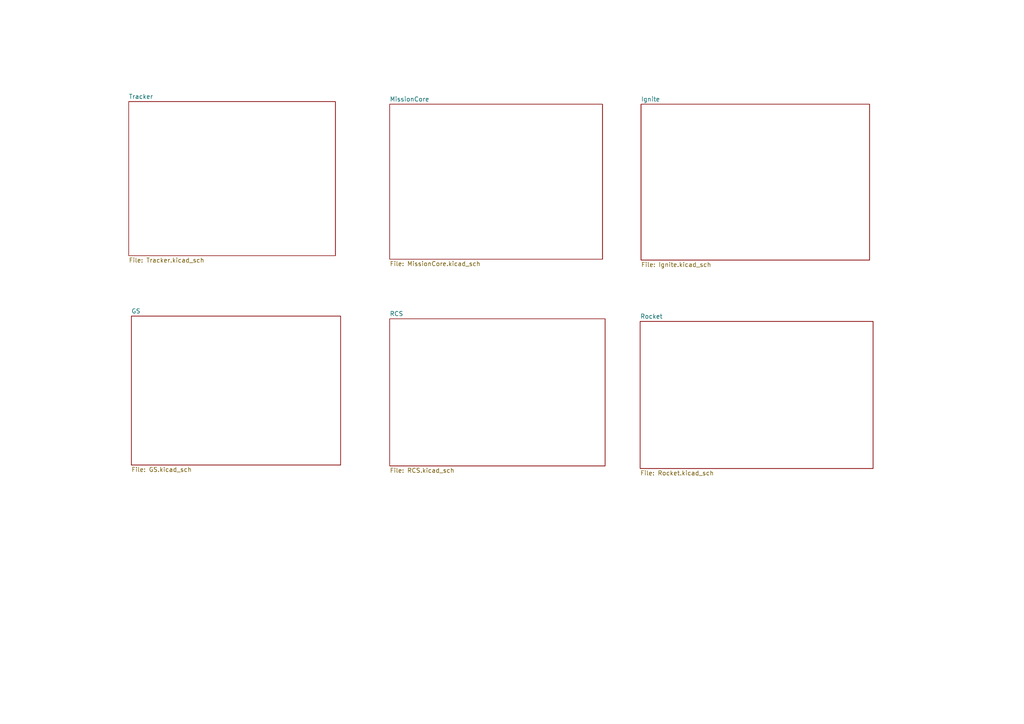
<source format=kicad_sch>
(kicad_sch
	(version 20231120)
	(generator "eeschema")
	(generator_version "8.0")
	(uuid "2388cbff-e384-4a32-8786-3b127d64c232")
	(paper "A4")
	(lib_symbols)
	(sheet
		(at 185.674 93.218)
		(size 67.564 42.672)
		(fields_autoplaced yes)
		(stroke
			(width 0.1524)
			(type solid)
		)
		(fill
			(color 0 0 0 0.0000)
		)
		(uuid "3f23f5e2-338d-47f5-a3c4-281e621071be")
		(property "Sheetname" "Rocket"
			(at 185.674 92.5064 0)
			(effects
				(font
					(size 1.27 1.27)
				)
				(justify left bottom)
			)
		)
		(property "Sheetfile" "Rocket.kicad_sch"
			(at 185.674 136.4746 0)
			(effects
				(font
					(size 1.27 1.27)
				)
				(justify left top)
			)
		)
		(instances
			(project "GSTrackerOrderFile"
				(path "/2388cbff-e384-4a32-8786-3b127d64c232"
					(page "7")
				)
			)
		)
	)
	(sheet
		(at 37.338 29.464)
		(size 59.944 44.704)
		(fields_autoplaced yes)
		(stroke
			(width 0.1524)
			(type solid)
		)
		(fill
			(color 0 0 0 0.0000)
		)
		(uuid "86d9f95f-439c-4fea-beaf-21f414c59b4a")
		(property "Sheetname" "Tracker"
			(at 37.338 28.7524 0)
			(effects
				(font
					(size 1.27 1.27)
				)
				(justify left bottom)
			)
		)
		(property "Sheetfile" "Tracker.kicad_sch"
			(at 37.338 74.7526 0)
			(effects
				(font
					(size 1.27 1.27)
				)
				(justify left top)
			)
		)
		(instances
			(project "GSTrackerOrderFile"
				(path "/2388cbff-e384-4a32-8786-3b127d64c232"
					(page "2")
				)
			)
		)
	)
	(sheet
		(at 38.1 91.694)
		(size 60.706 43.18)
		(fields_autoplaced yes)
		(stroke
			(width 0.1524)
			(type solid)
		)
		(fill
			(color 0 0 0 0.0000)
		)
		(uuid "c8679099-ea60-4c0c-a746-a2768bb8763b")
		(property "Sheetname" "GS"
			(at 38.1 90.9824 0)
			(effects
				(font
					(size 1.27 1.27)
				)
				(justify left bottom)
			)
		)
		(property "Sheetfile" "GS.kicad_sch"
			(at 38.1 135.4586 0)
			(effects
				(font
					(size 1.27 1.27)
				)
				(justify left top)
			)
		)
		(instances
			(project "GSTrackerOrderFile"
				(path "/2388cbff-e384-4a32-8786-3b127d64c232"
					(page "3")
				)
			)
		)
	)
	(sheet
		(at 113.03 30.226)
		(size 61.722 44.958)
		(fields_autoplaced yes)
		(stroke
			(width 0.1524)
			(type solid)
		)
		(fill
			(color 0 0 0 0.0000)
		)
		(uuid "dc194a36-8813-49b3-86f1-9aada1f5078d")
		(property "Sheetname" "MissionCore"
			(at 113.03 29.5144 0)
			(effects
				(font
					(size 1.27 1.27)
				)
				(justify left bottom)
			)
		)
		(property "Sheetfile" "MissionCore.kicad_sch"
			(at 113.03 75.7686 0)
			(effects
				(font
					(size 1.27 1.27)
				)
				(justify left top)
			)
		)
		(instances
			(project "GSTrackerOrderFile"
				(path "/2388cbff-e384-4a32-8786-3b127d64c232"
					(page "4")
				)
			)
		)
	)
	(sheet
		(at 185.928 30.226)
		(size 66.294 45.212)
		(fields_autoplaced yes)
		(stroke
			(width 0.1524)
			(type solid)
		)
		(fill
			(color 0 0 0 0.0000)
		)
		(uuid "e65a901e-a7ad-483c-aaf3-b02b9965de40")
		(property "Sheetname" "Ignite"
			(at 185.928 29.5144 0)
			(effects
				(font
					(size 1.27 1.27)
				)
				(justify left bottom)
			)
		)
		(property "Sheetfile" "Ignite.kicad_sch"
			(at 185.928 76.0226 0)
			(effects
				(font
					(size 1.27 1.27)
				)
				(justify left top)
			)
		)
		(instances
			(project "GSTrackerOrderFile"
				(path "/2388cbff-e384-4a32-8786-3b127d64c232"
					(page "6")
				)
			)
		)
	)
	(sheet
		(at 113.03 92.456)
		(size 62.484 42.672)
		(fields_autoplaced yes)
		(stroke
			(width 0.1524)
			(type solid)
		)
		(fill
			(color 0 0 0 0.0000)
		)
		(uuid "ee8a77db-80e6-41db-9cd9-e8bfef64f8f5")
		(property "Sheetname" "RCS"
			(at 113.03 91.7444 0)
			(effects
				(font
					(size 1.27 1.27)
				)
				(justify left bottom)
			)
		)
		(property "Sheetfile" "RCS.kicad_sch"
			(at 113.03 135.7126 0)
			(effects
				(font
					(size 1.27 1.27)
				)
				(justify left top)
			)
		)
		(instances
			(project "GSTrackerOrderFile"
				(path "/2388cbff-e384-4a32-8786-3b127d64c232"
					(page "5")
				)
			)
		)
	)
	(sheet_instances
		(path "/"
			(page "1")
		)
	)
)

</source>
